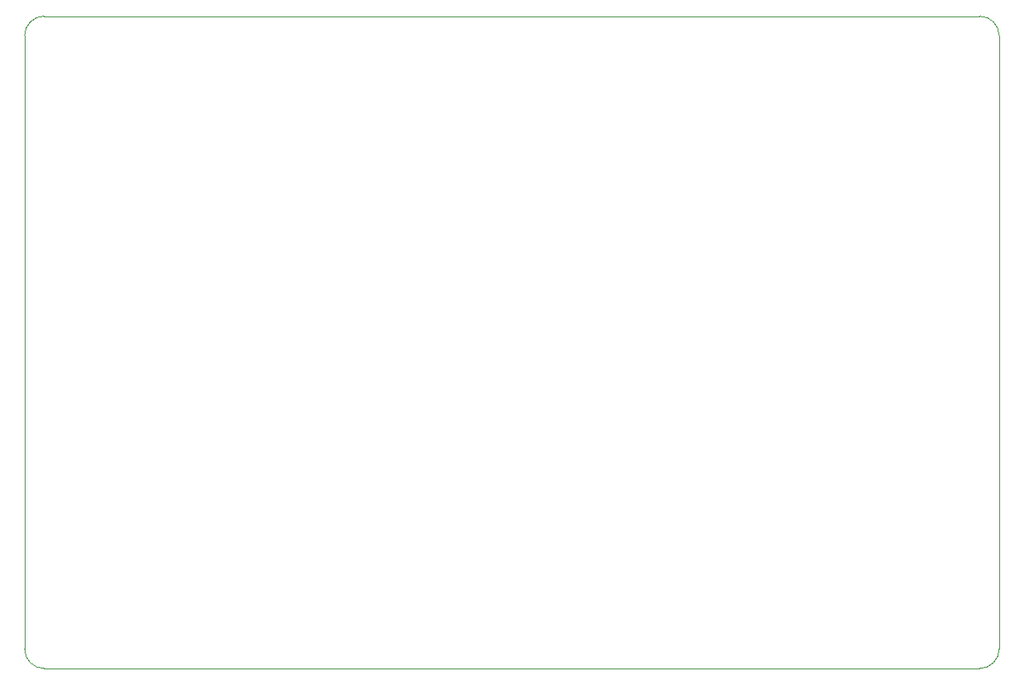
<source format=gbr>
%TF.GenerationSoftware,KiCad,Pcbnew,9.0.2+dfsg-1*%
%TF.CreationDate,2025-07-10T18:44:12+08:00*%
%TF.ProjectId,bp,62702e6b-6963-4616-945f-706362585858,rev?*%
%TF.SameCoordinates,Original*%
%TF.FileFunction,Profile,NP*%
%FSLAX46Y46*%
G04 Gerber Fmt 4.6, Leading zero omitted, Abs format (unit mm)*
G04 Created by KiCad (PCBNEW 9.0.2+dfsg-1) date 2025-07-10 18:44:12*
%MOMM*%
%LPD*%
G01*
G04 APERTURE LIST*
%TA.AperFunction,Profile*%
%ADD10C,0.050000*%
%TD*%
G04 APERTURE END LIST*
D10*
X92000000Y-40000000D02*
X188000000Y-40000000D01*
X188000000Y-40000000D02*
G75*
G02*
X190000000Y-42000000I0J-2000000D01*
G01*
X190000000Y-42000000D02*
X190000000Y-105000000D01*
X188000000Y-107000000D02*
X92000000Y-107000000D01*
X90000000Y-42000000D02*
G75*
G02*
X92000000Y-40000000I2000000J0D01*
G01*
X190000000Y-105000000D02*
G75*
G02*
X188000000Y-107000000I-2000000J0D01*
G01*
X90000000Y-105000000D02*
X90000000Y-42000000D01*
X92000000Y-107000000D02*
G75*
G02*
X90000000Y-105000000I0J2000000D01*
G01*
M02*

</source>
